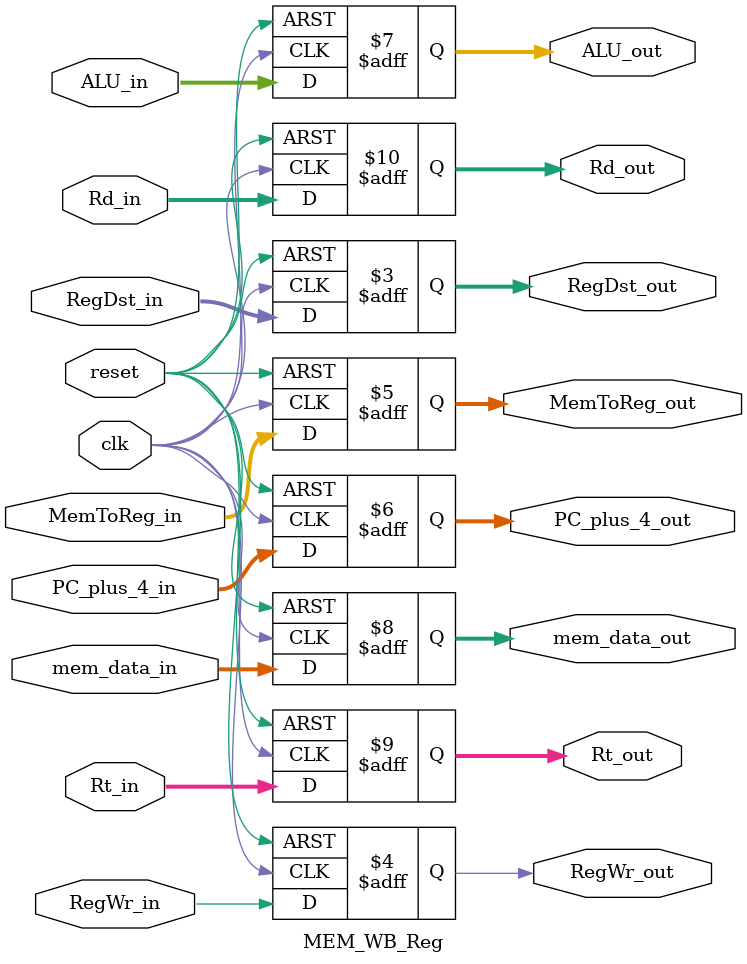
<source format=v>
`timescale 1ns/1ps

module MEM_WB_Reg(
	clk,
	reset,

	RegDst_in,
	RegWr_in, 
	MemToReg_in,

	PC_plus_4_in,
	ALU_in,
	mem_data_in,
	Rt_in,
	Rd_in,

	RegDst_out,
	RegWr_out,
	MemToReg_out,

	PC_plus_4_out,
	ALU_out,
	mem_data_out,
	Rt_out,
	Rd_out
	);

input clk;
input reset;
input [1:0] RegDst_in; 
input RegWr_in;
input [1:0] MemToReg_in;
input [31:0] PC_plus_4_in;
input [31:0] ALU_in;
input [31:0] mem_data_in;
input [4:0] Rt_in;
input [4:0] Rd_in;

output reg [1:0] RegDst_out;
output reg RegWr_out;
output reg [1:0] MemToReg_out;
output reg [31:0] PC_plus_4_out;
output reg [31:0] ALU_out;
output reg [31:0] mem_data_out;
output reg [4:0] Rt_out;
output reg [4:0] Rd_out;

always @(posedge clk or negedge reset)
begin
	if(~reset)
	begin
		RegDst_out <= 2'b00;
		RegWr_out <= 0;
		MemToReg_out <= 2'b00;
		PC_plus_4_out <= 32'h00000000;
		ALU_out <= 32'h00000000;
		mem_data_out <= 32'h00000000;
		Rt_out <= 5'b00000;
		Rd_out <= 5'b00000;
	end
	else
	begin
		RegDst_out <= RegDst_in;
		RegWr_out <= RegWr_in;
		MemToReg_out <= MemToReg_in;
		PC_plus_4_out <= PC_plus_4_in;
		ALU_out <= ALU_in;
		mem_data_out <= mem_data_in;
		Rt_out <= Rt_in;
		Rd_out <= Rd_in;
	end
end

endmodule
</source>
